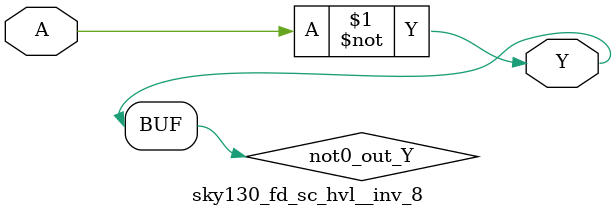
<source format=v>
/*
 * Copyright 2020 The SkyWater PDK Authors
 *
 * Licensed under the Apache License, Version 2.0 (the "License");
 * you may not use this file except in compliance with the License.
 * You may obtain a copy of the License at
 *
 *     https://www.apache.org/licenses/LICENSE-2.0
 *
 * Unless required by applicable law or agreed to in writing, software
 * distributed under the License is distributed on an "AS IS" BASIS,
 * WITHOUT WARRANTIES OR CONDITIONS OF ANY KIND, either express or implied.
 * See the License for the specific language governing permissions and
 * limitations under the License.
 *
 * SPDX-License-Identifier: Apache-2.0
*/


`ifndef SKY130_FD_SC_HVL__INV_8_FUNCTIONAL_V
`define SKY130_FD_SC_HVL__INV_8_FUNCTIONAL_V

/**
 * inv: Inverter.
 *
 * Verilog simulation functional model.
 */

`timescale 1ns / 1ps
`default_nettype none

`celldefine
module sky130_fd_sc_hvl__inv_8 (
    Y,
    A
);

    // Module ports
    output Y;
    input  A;

    // Local signals
    wire not0_out_Y;

    //  Name  Output      Other arguments
    not not0 (not0_out_Y, A              );
    buf buf0 (Y         , not0_out_Y     );

endmodule
`endcelldefine

`default_nettype wire
`endif  // SKY130_FD_SC_HVL__INV_8_FUNCTIONAL_V

</source>
